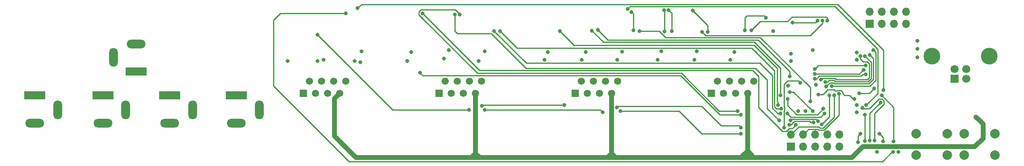
<source format=gbr>
G04 #@! TF.GenerationSoftware,KiCad,Pcbnew,(5.1.4)-1*
G04 #@! TF.CreationDate,2020-09-16T17:38:36+01:00*
G04 #@! TF.ProjectId,reflex-io-board,7265666c-6578-42d6-996f-2d626f617264,rev?*
G04 #@! TF.SameCoordinates,Original*
G04 #@! TF.FileFunction,Copper,L4,Bot*
G04 #@! TF.FilePolarity,Positive*
%FSLAX46Y46*%
G04 Gerber Fmt 4.6, Leading zero omitted, Abs format (unit mm)*
G04 Created by KiCad (PCBNEW (5.1.4)-1) date 2020-09-16 17:38:36*
%MOMM*%
%LPD*%
G04 APERTURE LIST*
%ADD10R,1.500000X1.500000*%
%ADD11C,1.500000*%
%ADD12R,1.700000X1.700000*%
%ADD13C,1.700000*%
%ADD14C,3.500000*%
%ADD15O,1.700000X1.700000*%
%ADD16O,1.800000X4.000000*%
%ADD17O,4.000000X1.800000*%
%ADD18R,4.400000X1.800000*%
%ADD19C,2.000000*%
%ADD20C,0.800000*%
%ADD21C,1.000000*%
%ADD22C,0.250000*%
G04 APERTURE END LIST*
D10*
X134500000Y-125000000D03*
D11*
X135770000Y-122460000D03*
X137040000Y-125000000D03*
X138310000Y-122460000D03*
X139580000Y-125000000D03*
X140850000Y-122460000D03*
X142120000Y-125000000D03*
X143390000Y-122460000D03*
X114890000Y-122460000D03*
X113620000Y-125000000D03*
X112350000Y-122460000D03*
X111080000Y-125000000D03*
X109810000Y-122460000D03*
X108540000Y-125000000D03*
X107270000Y-122460000D03*
D10*
X106000000Y-125000000D03*
X191500000Y-125000000D03*
D11*
X192770000Y-122460000D03*
X194040000Y-125000000D03*
X195310000Y-122460000D03*
X196580000Y-125000000D03*
X197850000Y-122460000D03*
X199120000Y-125000000D03*
X200390000Y-122460000D03*
D12*
X242500000Y-122000000D03*
D13*
X245000000Y-122000000D03*
X245000000Y-120000000D03*
X242500000Y-120000000D03*
D14*
X237730000Y-117290000D03*
X249770000Y-117290000D03*
D11*
X171890000Y-122460000D03*
X170620000Y-125000000D03*
X169350000Y-122460000D03*
X168080000Y-125000000D03*
X166810000Y-122460000D03*
X165540000Y-125000000D03*
X164270000Y-122460000D03*
D10*
X163000000Y-125000000D03*
D12*
X208250000Y-136250000D03*
D15*
X208250000Y-133710000D03*
X210790000Y-136250000D03*
X210790000Y-133710000D03*
X213330000Y-136250000D03*
X213330000Y-133710000D03*
X215870000Y-136250000D03*
X215870000Y-133710000D03*
X218410000Y-136250000D03*
X218410000Y-133710000D03*
D16*
X54550000Y-128500000D03*
D17*
X49750000Y-131300000D03*
D18*
X49750000Y-125500000D03*
X64000000Y-125500000D03*
D17*
X64000000Y-131300000D03*
D16*
X68800000Y-128500000D03*
X82800000Y-128500000D03*
D17*
X78000000Y-131300000D03*
D18*
X78000000Y-125500000D03*
D16*
X96800000Y-128500000D03*
D17*
X92000000Y-131300000D03*
D18*
X92000000Y-125500000D03*
X71000000Y-120500000D03*
D17*
X71000000Y-114700000D03*
D16*
X66200000Y-117500000D03*
D12*
X224750000Y-110500000D03*
D15*
X224750000Y-107960000D03*
X227290000Y-110500000D03*
X227290000Y-107960000D03*
X229830000Y-110500000D03*
X229830000Y-107960000D03*
X232370000Y-110500000D03*
X232370000Y-107960000D03*
D19*
X234500000Y-138000000D03*
X234500000Y-133500000D03*
X241000000Y-138000000D03*
X241000000Y-133500000D03*
X251000000Y-133500000D03*
X251000000Y-138000000D03*
X244500000Y-133500000D03*
X244500000Y-138000000D03*
D20*
X109000000Y-118250000D03*
X116750000Y-118250000D03*
X118250000Y-116250000D03*
X234750000Y-115750000D03*
X234750000Y-114000000D03*
X222000000Y-116500000D03*
X211250000Y-128750000D03*
X222000000Y-127500000D03*
X208250000Y-116750000D03*
X234750000Y-117500000D03*
X204500000Y-112000000D03*
X212750000Y-116000000D03*
X128637653Y-116362347D03*
X136500000Y-116000000D03*
X144000000Y-116250000D03*
X181000000Y-116250000D03*
X196371906Y-116378094D03*
X188500000Y-116250000D03*
X172865656Y-116334344D03*
X165200000Y-116400000D03*
X157212653Y-116387347D03*
X207600000Y-123400000D03*
X230750000Y-137350010D03*
X118000000Y-118500000D03*
X110250000Y-118000000D03*
X102750000Y-118250000D03*
X208250000Y-118250000D03*
X222000000Y-118000000D03*
X209750000Y-128750000D03*
X222000000Y-129000000D03*
X127750000Y-118250000D03*
X135500000Y-117750000D03*
X142750000Y-118250000D03*
X180250000Y-118000000D03*
X195500000Y-118000000D03*
X188000000Y-118000000D03*
X171800000Y-118000000D03*
X164400000Y-118000000D03*
X156600000Y-118000000D03*
X213453408Y-123257749D03*
X248500000Y-131500000D03*
X247750000Y-130750000D03*
X247000000Y-130000000D03*
X206750000Y-132250000D03*
X210189507Y-122816940D03*
X222250000Y-135250000D03*
X222750000Y-133500000D03*
X227500000Y-135150000D03*
X226749980Y-133500000D03*
X217250000Y-125500000D03*
X218327792Y-125148070D03*
X222750000Y-117250000D03*
X214510338Y-122130259D03*
X223750000Y-117250000D03*
X215371685Y-122638299D03*
X224711612Y-116975583D03*
X215620533Y-123606854D03*
X225500000Y-116000000D03*
X216776107Y-123549988D03*
X117400000Y-107200000D03*
X227600008Y-124400000D03*
X176500000Y-112000000D03*
X212250000Y-126750000D03*
X199902401Y-111868622D03*
X215806748Y-109799878D03*
X146000000Y-112000000D03*
X206025000Y-129262653D03*
X213873824Y-130858664D03*
X208091496Y-130712613D03*
X109000000Y-112750000D03*
X140750000Y-128500000D03*
X144000000Y-128500000D03*
X168750000Y-129000000D03*
X172500000Y-128750000D03*
X197750000Y-133500000D03*
X226250000Y-137350010D03*
X224750000Y-134975000D03*
X227000000Y-126978103D03*
X166500000Y-111875000D03*
X206025000Y-125500000D03*
X189600000Y-112200000D03*
X214806901Y-109818032D03*
X205750000Y-130750000D03*
X137750000Y-108500000D03*
X212925182Y-131175021D03*
X207843646Y-131681424D03*
X223750000Y-135000000D03*
X197750000Y-132250000D03*
X171720000Y-128000000D03*
X160750000Y-127500000D03*
X143445299Y-127667948D03*
X223750000Y-129500000D03*
X159750000Y-112000000D03*
X205500000Y-127500000D03*
X181754490Y-112075010D03*
X181599998Y-107600000D03*
X130500000Y-120750000D03*
X197750000Y-129500000D03*
X214012653Y-125262653D03*
X221500000Y-126250000D03*
X214618094Y-131600141D03*
X216250000Y-125499990D03*
X213238053Y-119952776D03*
X223878548Y-119189575D03*
X213251116Y-120952703D03*
X223467944Y-120101402D03*
X213216986Y-121952133D03*
X223851494Y-121024935D03*
X174000000Y-107324989D03*
X223999978Y-127500000D03*
X175200000Y-111800000D03*
X174800000Y-108000000D03*
X203000000Y-109225032D03*
X198600000Y-111825010D03*
X213800288Y-109829192D03*
X208571508Y-110215473D03*
X147250000Y-111974990D03*
X207475000Y-129250000D03*
X215250000Y-129250000D03*
X206150959Y-128259129D03*
X114932429Y-108275000D03*
X229674990Y-137350000D03*
X229674990Y-137350000D03*
X229750000Y-135150000D03*
X227231309Y-125500000D03*
X225678594Y-124000000D03*
X222500000Y-125000000D03*
X167750000Y-111750000D03*
X208000000Y-121500000D03*
X208000000Y-124750000D03*
X212767303Y-128775000D03*
X190800000Y-112200000D03*
X187680658Y-107719332D03*
X214979055Y-128287403D03*
X207500000Y-126250000D03*
X197000000Y-128750000D03*
X138750000Y-108500000D03*
X225775305Y-134975000D03*
X223167934Y-128054712D03*
X183200000Y-112025000D03*
X182600012Y-107600036D03*
X131000000Y-108250000D03*
X209253601Y-131648832D03*
D21*
X117000000Y-138500000D02*
X112500000Y-134000000D01*
X112500000Y-126120000D02*
X113620000Y-125000000D01*
X112500000Y-134000000D02*
X112500000Y-126120000D01*
X142120000Y-138380000D02*
X142000000Y-138500000D01*
X170620000Y-138120000D02*
X171000000Y-138500000D01*
X199120000Y-138120000D02*
X199500000Y-138500000D01*
X141500000Y-138240000D02*
X142120000Y-137620000D01*
X141500000Y-138500000D02*
X141500000Y-138240000D01*
X142120000Y-137620000D02*
X142120000Y-138380000D01*
X142120000Y-125000000D02*
X142120000Y-137620000D01*
X141500000Y-138500000D02*
X117000000Y-138500000D01*
X142000000Y-138500000D02*
X141500000Y-138500000D01*
X142120000Y-137620000D02*
X143000000Y-138500000D01*
X143000000Y-138500000D02*
X142000000Y-138500000D01*
X169740000Y-138500000D02*
X170620000Y-137620000D01*
X169500000Y-138500000D02*
X169740000Y-138500000D01*
X170620000Y-137620000D02*
X170620000Y-138120000D01*
X170620000Y-125000000D02*
X170620000Y-137620000D01*
X169500000Y-138500000D02*
X143000000Y-138500000D01*
X171000000Y-138500000D02*
X169500000Y-138500000D01*
X170620000Y-137620000D02*
X171500000Y-138500000D01*
X171500000Y-138500000D02*
X171000000Y-138500000D01*
X200000000Y-138000000D02*
X199120000Y-137120000D01*
X200000000Y-138500000D02*
X200000000Y-138000000D01*
X199120000Y-137120000D02*
X199120000Y-138120000D01*
X199120000Y-125000000D02*
X199120000Y-137120000D01*
X200000000Y-138500000D02*
X199500000Y-138500000D01*
X198000000Y-138240000D02*
X199120000Y-137120000D01*
X198000000Y-138500000D02*
X198000000Y-138240000D01*
X198000000Y-138500000D02*
X171500000Y-138500000D01*
X199500000Y-138500000D02*
X198000000Y-138500000D01*
X248500000Y-131500000D02*
X247750000Y-130750000D01*
X247750000Y-130750000D02*
X247000000Y-130000000D01*
X246750000Y-136250000D02*
X223250000Y-136250000D01*
X248500000Y-131500000D02*
X248500000Y-134500000D01*
X221000000Y-138500000D02*
X200000000Y-138500000D01*
X248500000Y-134500000D02*
X246750000Y-136250000D01*
X223250000Y-136250000D02*
X221000000Y-138500000D01*
D22*
X207510057Y-122416941D02*
X209789508Y-122416941D01*
X206750000Y-128733090D02*
X206875960Y-128607130D01*
X209789508Y-122416941D02*
X210189507Y-122816940D01*
X206750000Y-132250000D02*
X206750000Y-128733090D01*
X206750000Y-123176998D02*
X207510057Y-122416941D01*
X206875960Y-127901259D02*
X206750000Y-127775299D01*
X206750000Y-127775299D02*
X206750000Y-123176998D01*
X206875960Y-128607130D02*
X206875960Y-127901259D01*
X222250000Y-135250000D02*
X222250000Y-134000000D01*
X222250000Y-134000000D02*
X222750000Y-133500000D01*
X227500000Y-135150000D02*
X227500000Y-134250020D01*
X227500000Y-134250020D02*
X227149979Y-133899999D01*
X227149979Y-133899999D02*
X226749980Y-133500000D01*
X209875012Y-132084988D02*
X214029937Y-132084988D01*
X214270092Y-132325143D02*
X214966096Y-132325143D01*
X208250000Y-133710000D02*
X209875012Y-132084988D01*
X217250000Y-126065685D02*
X217250000Y-125500000D01*
X217250000Y-130041239D02*
X217250000Y-126065685D01*
X214966096Y-132325143D02*
X217250000Y-130041239D01*
X214029937Y-132084988D02*
X214270092Y-132325143D01*
X215152496Y-132775154D02*
X218327792Y-129599858D01*
X210790000Y-133710000D02*
X211965001Y-132534999D01*
X213843537Y-132534999D02*
X214083692Y-132775154D01*
X214083692Y-132775154D02*
X215152496Y-132775154D01*
X218327792Y-125713755D02*
X218327792Y-125148070D01*
X218327792Y-129599858D02*
X218327792Y-125713755D01*
X211965001Y-132534999D02*
X213843537Y-132534999D01*
X222750000Y-117815685D02*
X223398888Y-118464573D01*
X224603550Y-121737220D02*
X224190803Y-122149967D01*
X217448804Y-121876861D02*
X214763736Y-121876861D01*
X214763736Y-121876861D02*
X214510338Y-122130259D01*
X223398888Y-118464573D02*
X224226550Y-118464573D01*
X224226550Y-118464573D02*
X224603550Y-118841573D01*
X224603550Y-118841573D02*
X224603550Y-121737220D01*
X222750000Y-117250000D02*
X222750000Y-117815685D01*
X217721910Y-122149967D02*
X217448804Y-121876861D01*
X224190803Y-122149967D02*
X217721910Y-122149967D01*
X225053561Y-118553561D02*
X225053561Y-121923620D01*
X224377203Y-122599978D02*
X217535510Y-122599978D01*
X216208192Y-122367477D02*
X215937370Y-122638299D01*
X215937370Y-122638299D02*
X215371685Y-122638299D01*
X217535510Y-122599978D02*
X217303009Y-122367477D01*
X217303009Y-122367477D02*
X216208192Y-122367477D01*
X223750000Y-117250000D02*
X225053561Y-118553561D01*
X225053561Y-121923620D02*
X224377203Y-122599978D01*
X224711612Y-116975583D02*
X225503572Y-117767543D01*
X217349110Y-123049989D02*
X217124108Y-122824987D01*
X225503572Y-117767543D02*
X225503572Y-122110020D01*
X216020532Y-123206855D02*
X215620533Y-123606854D01*
X216402400Y-122824987D02*
X216020532Y-123206855D01*
X217124108Y-122824987D02*
X216402400Y-122824987D01*
X224563603Y-123049989D02*
X217349110Y-123049989D01*
X225503572Y-122110020D02*
X224563603Y-123049989D01*
X225500000Y-116000000D02*
X225953583Y-116453583D01*
X217341792Y-123549988D02*
X216776107Y-123549988D01*
X225953583Y-122296417D02*
X224700012Y-123549988D01*
X224700012Y-123549988D02*
X217341792Y-123549988D01*
X225953583Y-116453583D02*
X225953583Y-122296417D01*
X227600008Y-116000008D02*
X227600008Y-123834315D01*
X227600008Y-123834315D02*
X227600008Y-124400000D01*
X218000000Y-106400000D02*
X227600008Y-116000008D01*
X118200000Y-106400000D02*
X218000000Y-106400000D01*
X117400000Y-107200000D02*
X118200000Y-106400000D01*
X176500000Y-112000000D02*
X180606478Y-112000000D01*
X180606478Y-112000000D02*
X181981489Y-113375011D01*
X212250000Y-123804431D02*
X212250000Y-126750000D01*
X201820580Y-113375011D02*
X212250000Y-123804431D01*
X189874989Y-113375011D02*
X201820580Y-113375011D01*
X189874989Y-113375011D02*
X190138601Y-113375011D01*
X181981489Y-113375011D02*
X189874989Y-113375011D01*
X207484282Y-109950033D02*
X208434314Y-109000001D01*
X208434314Y-109000001D02*
X215572556Y-109000001D01*
X215572556Y-109000001D02*
X215806748Y-109234193D01*
X199902401Y-111868622D02*
X201820990Y-109950033D01*
X201820990Y-109950033D02*
X207484282Y-109950033D01*
X215806748Y-109234193D02*
X215806748Y-109799878D01*
X208354098Y-130450011D02*
X208091496Y-130712613D01*
X213873824Y-130858664D02*
X213465171Y-130450011D01*
X213465171Y-130450011D02*
X208354098Y-130450011D01*
X146000000Y-112000000D02*
X152725001Y-118725001D01*
X201725001Y-118725001D02*
X204324987Y-121324987D01*
X204324987Y-128128325D02*
X205459315Y-129262653D01*
X152725001Y-118725001D02*
X201725001Y-118725001D01*
X204324987Y-121324987D02*
X204324987Y-128128325D01*
X205459315Y-129262653D02*
X206025000Y-129262653D01*
X109000000Y-112750000D02*
X124750000Y-128500000D01*
X124750000Y-128500000D02*
X140750000Y-128500000D01*
X144000000Y-128500000D02*
X168250000Y-128500000D01*
X168250000Y-128500000D02*
X168750000Y-129000000D01*
X189530998Y-133500000D02*
X197750000Y-133500000D01*
X172500000Y-128750000D02*
X184780998Y-128750000D01*
X184780998Y-128750000D02*
X189530998Y-133500000D01*
X226600001Y-127378102D02*
X227000000Y-126978103D01*
X224750000Y-129228103D02*
X226600001Y-127378102D01*
X224750000Y-134975000D02*
X224750000Y-129228103D01*
X168900031Y-114275031D02*
X169638621Y-114275031D01*
X166500000Y-111875000D02*
X168900031Y-114275031D01*
X169638621Y-114275031D02*
X200525031Y-114275031D01*
X200525031Y-114275031D02*
X206000000Y-119750000D01*
X206000000Y-119750000D02*
X206000000Y-121250000D01*
X206000000Y-121250000D02*
X206000000Y-125475000D01*
X206000000Y-125475000D02*
X206025000Y-125500000D01*
X190325001Y-112925001D02*
X212265617Y-112925001D01*
X214806901Y-110383717D02*
X214806901Y-109818032D01*
X189600000Y-112200000D02*
X190325001Y-112925001D01*
X212265617Y-112925001D02*
X214806901Y-110383717D01*
X212084498Y-130900022D02*
X208977091Y-130900022D01*
X208977091Y-130900022D02*
X208195689Y-131681424D01*
X208195689Y-131681424D02*
X207843646Y-131681424D01*
X212359497Y-131175021D02*
X212084498Y-130900022D01*
X212925182Y-131175021D02*
X212359497Y-131175021D01*
X137750000Y-112000000D02*
X137750000Y-108500000D01*
X138250000Y-112500000D02*
X137750000Y-112000000D01*
X203250000Y-128250000D02*
X203250000Y-122250000D01*
X205750000Y-130750000D02*
X203250000Y-128250000D01*
X203250000Y-122250000D02*
X200750000Y-119750000D01*
X200750000Y-119750000D02*
X152676998Y-119750000D01*
X152676998Y-119750000D02*
X145426998Y-112500000D01*
X145426998Y-112500000D02*
X138250000Y-112500000D01*
X193579003Y-131850001D02*
X189479002Y-127750000D01*
X197750000Y-132250000D02*
X197350001Y-131850001D01*
X197350001Y-131850001D02*
X193579003Y-131850001D01*
X189479002Y-127750000D02*
X171970000Y-127750000D01*
X171970000Y-127750000D02*
X171720000Y-128000000D01*
X160750000Y-127500000D02*
X143613247Y-127500000D01*
X143613247Y-127500000D02*
X143445299Y-127667948D01*
X223750000Y-135000000D02*
X223750000Y-129500000D01*
X205500000Y-126934315D02*
X205500000Y-127500000D01*
X162750000Y-115000000D02*
X200500000Y-115000000D01*
X205299999Y-119799999D02*
X205299999Y-126734314D01*
X159750000Y-112000000D02*
X162750000Y-115000000D01*
X205299999Y-126734314D02*
X205500000Y-126934315D01*
X200500000Y-115000000D02*
X205299999Y-119799999D01*
X181754490Y-112075010D02*
X181754490Y-107754492D01*
X181754490Y-107754492D02*
X181599998Y-107600000D01*
X193278588Y-129500000D02*
X197750000Y-129500000D01*
X185063600Y-121285012D02*
X193278588Y-129500000D01*
X130500000Y-120750000D02*
X131035012Y-121285012D01*
X131035012Y-121285012D02*
X185063600Y-121285012D01*
X214914343Y-125262653D02*
X215902008Y-124274988D01*
X217274988Y-124274988D02*
X217500000Y-124500000D01*
X215902008Y-124274988D02*
X217274988Y-124274988D01*
X214012653Y-125262653D02*
X214914343Y-125262653D01*
X218675793Y-124423069D02*
X219052793Y-124800069D01*
X217979791Y-124423069D02*
X218675793Y-124423069D01*
X217500000Y-124500000D02*
X217902860Y-124500000D01*
X217902860Y-124500000D02*
X217979791Y-124423069D01*
X219052793Y-124800069D02*
X219052793Y-125052793D01*
X219052793Y-125052793D02*
X219500000Y-125500000D01*
X219500000Y-125500000D02*
X220500000Y-125500000D01*
X220500000Y-125500000D02*
X221250000Y-126250000D01*
X221250000Y-126250000D02*
X221500000Y-126250000D01*
X214618094Y-131600141D02*
X216250000Y-129968235D01*
X216250000Y-129968235D02*
X216250000Y-126065675D01*
X216250000Y-126065675D02*
X216250000Y-125499990D01*
X223312863Y-119189575D02*
X223878548Y-119189575D01*
X214001254Y-119189575D02*
X223312863Y-119189575D01*
X213238053Y-119952776D02*
X214001254Y-119189575D01*
X223067945Y-120501401D02*
X223467944Y-120101402D01*
X222616643Y-120952703D02*
X223067945Y-120501401D01*
X213251116Y-120952703D02*
X222616643Y-120952703D01*
X213216986Y-121952133D02*
X213615460Y-121952133D01*
X222905487Y-121405257D02*
X223285809Y-121024935D01*
X223285809Y-121024935D02*
X223851494Y-121024935D01*
X214162336Y-121405257D02*
X222905487Y-121405257D01*
X213615460Y-121952133D02*
X214162336Y-121405257D01*
X174000000Y-107324989D02*
X174474979Y-106850010D01*
X174474979Y-106850010D02*
X217423012Y-106850010D01*
X217423012Y-106850010D02*
X226403594Y-115830592D01*
X226403594Y-125096384D02*
X224399977Y-127100001D01*
X226403594Y-115830592D02*
X226403594Y-125096384D01*
X224399977Y-127100001D02*
X223999978Y-127500000D01*
X175200000Y-111800000D02*
X175199999Y-108399999D01*
X175199999Y-108399999D02*
X174800000Y-108000000D01*
X202600001Y-108825033D02*
X198974967Y-108825033D01*
X203000000Y-109225032D02*
X202600001Y-108825033D01*
X198974967Y-108825033D02*
X198600000Y-109200000D01*
X198600000Y-109200000D02*
X198600000Y-111825010D01*
X213414007Y-110215473D02*
X213800288Y-109829192D01*
X208571508Y-110215473D02*
X213414007Y-110215473D01*
X214850001Y-129649999D02*
X215250000Y-129250000D01*
X214500000Y-130000000D02*
X214850001Y-129649999D01*
X208225000Y-130000000D02*
X214500000Y-130000000D01*
X207475000Y-129250000D02*
X208225000Y-130000000D01*
X204774998Y-120274998D02*
X204774998Y-127848002D01*
X205585274Y-128259129D02*
X206150959Y-128259129D01*
X147250000Y-111974990D02*
X150800009Y-115524999D01*
X150800009Y-115524999D02*
X200024999Y-115524999D01*
X200024999Y-115524999D02*
X204774998Y-120274998D01*
X204774998Y-127848002D02*
X205186125Y-128259129D01*
X205186125Y-128259129D02*
X205585274Y-128259129D01*
X114932429Y-108275000D02*
X101225000Y-108275000D01*
X101225000Y-108275000D02*
X99750000Y-109750000D01*
X227424990Y-139325010D02*
X229674990Y-137075010D01*
X115554012Y-139325010D02*
X227424990Y-139325010D01*
X99750000Y-109750000D02*
X99750000Y-123520998D01*
X99750000Y-123520998D02*
X115554012Y-139325010D01*
X229674990Y-137075010D02*
X229674990Y-137350000D01*
X229674990Y-137350000D02*
X229674990Y-137174990D01*
X229750000Y-128018691D02*
X227231309Y-125500000D01*
X229750000Y-135150000D02*
X229750000Y-128018691D01*
X227000000Y-125500000D02*
X227231309Y-125500000D01*
X225678594Y-124000000D02*
X224678594Y-125000000D01*
X224678594Y-125000000D02*
X222500000Y-125000000D01*
X169825021Y-113825021D02*
X201325021Y-113825021D01*
X167750000Y-111750000D02*
X169825021Y-113825021D01*
X201325021Y-113825021D02*
X208000000Y-120500000D01*
X208000000Y-120500000D02*
X208000000Y-121500000D01*
X208742303Y-124750000D02*
X212367304Y-128375001D01*
X208000000Y-124750000D02*
X208742303Y-124750000D01*
X212367304Y-128375001D02*
X212767303Y-128775000D01*
X188080657Y-108119331D02*
X187680658Y-107719332D01*
X190800000Y-112200000D02*
X190800000Y-110838674D01*
X190800000Y-110838674D02*
X188080657Y-108119331D01*
X207500000Y-127573002D02*
X207500000Y-126250000D01*
X209426999Y-129500001D02*
X207500000Y-127573002D01*
X214979055Y-128287403D02*
X213766457Y-129500001D01*
X213766457Y-129500001D02*
X209426999Y-129500001D01*
X193164998Y-128750000D02*
X185250000Y-120835002D01*
X197000000Y-128750000D02*
X193164998Y-128750000D01*
X138750000Y-108426998D02*
X138750000Y-108500000D01*
X142512000Y-120835002D02*
X130274999Y-108598001D01*
X185250000Y-120835002D02*
X142512000Y-120835002D01*
X130274999Y-108598001D02*
X130274999Y-107901999D01*
X130274999Y-107901999D02*
X130651999Y-107524999D01*
X130651999Y-107524999D02*
X137848001Y-107524999D01*
X137848001Y-107524999D02*
X138750000Y-108426998D01*
X226651999Y-126253102D02*
X225250000Y-127655101D01*
X227348001Y-126253102D02*
X226651999Y-126253102D01*
X227725001Y-126630102D02*
X227348001Y-126253102D01*
X227725001Y-127326104D02*
X227725001Y-126630102D01*
X225775305Y-134975000D02*
X225775305Y-129275800D01*
X225775305Y-129275800D02*
X227725001Y-127326104D01*
X225250000Y-127655101D02*
X225250000Y-127750000D01*
X223338223Y-128225001D02*
X223167934Y-128054712D01*
X225250000Y-127655101D02*
X224680100Y-128225001D01*
X224680100Y-128225001D02*
X223338223Y-128225001D01*
X183200000Y-112025000D02*
X183200000Y-108200024D01*
X183000011Y-108000035D02*
X182600012Y-107600036D01*
X183200000Y-108200024D02*
X183000011Y-108000035D01*
X208853602Y-132048831D02*
X209253601Y-131648832D01*
X208496007Y-132406426D02*
X208853602Y-132048831D01*
X207839836Y-132406426D02*
X208496007Y-132406426D01*
X142950010Y-120200010D02*
X200200010Y-120200010D01*
X131000000Y-108250000D02*
X142950010Y-120200010D01*
X200200010Y-120200010D02*
X201465001Y-121465001D01*
X201465001Y-121465001D02*
X201465001Y-128038003D01*
X201465001Y-128038003D02*
X206401999Y-132975001D01*
X207271261Y-132975001D02*
X207839836Y-132406426D01*
X206401999Y-132975001D02*
X207271261Y-132975001D01*
M02*

</source>
